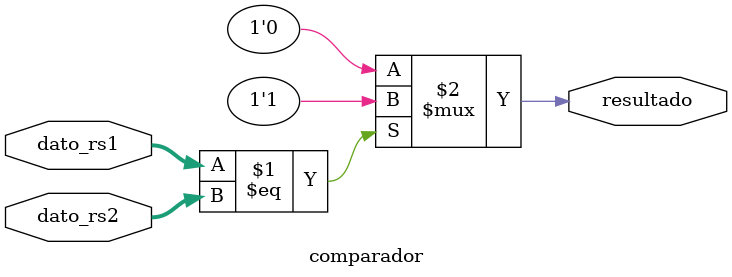
<source format=sv>
module comparador (
    input logic [63:0] dato_rs1,
    input logic [63:0] dato_rs2,
    output logic resultado
);
assign resultado = (dato_rs1==dato_rs2) ? 1'b1 : 1'b0;


endmodule
</source>
